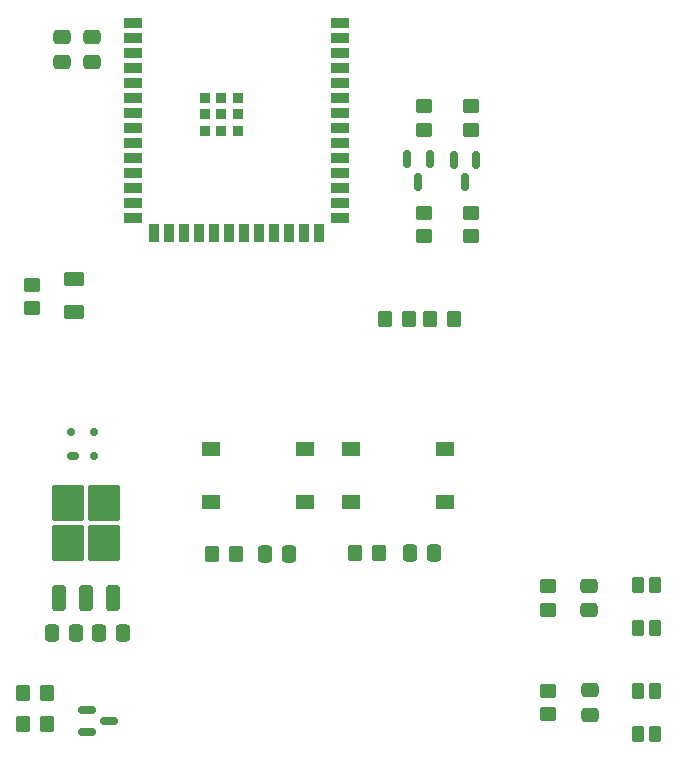
<source format=gbr>
%TF.GenerationSoftware,KiCad,Pcbnew,8.0.6*%
%TF.CreationDate,2024-11-05T15:10:12-06:00*%
%TF.ProjectId,werable_unit (1),77657261-626c-4655-9f75-6e6974202831,rev?*%
%TF.SameCoordinates,Original*%
%TF.FileFunction,Paste,Top*%
%TF.FilePolarity,Positive*%
%FSLAX46Y46*%
G04 Gerber Fmt 4.6, Leading zero omitted, Abs format (unit mm)*
G04 Created by KiCad (PCBNEW 8.0.6) date 2024-11-05 15:10:12*
%MOMM*%
%LPD*%
G01*
G04 APERTURE LIST*
G04 Aperture macros list*
%AMRoundRect*
0 Rectangle with rounded corners*
0 $1 Rounding radius*
0 $2 $3 $4 $5 $6 $7 $8 $9 X,Y pos of 4 corners*
0 Add a 4 corners polygon primitive as box body*
4,1,4,$2,$3,$4,$5,$6,$7,$8,$9,$2,$3,0*
0 Add four circle primitives for the rounded corners*
1,1,$1+$1,$2,$3*
1,1,$1+$1,$4,$5*
1,1,$1+$1,$6,$7*
1,1,$1+$1,$8,$9*
0 Add four rect primitives between the rounded corners*
20,1,$1+$1,$2,$3,$4,$5,0*
20,1,$1+$1,$4,$5,$6,$7,0*
20,1,$1+$1,$6,$7,$8,$9,0*
20,1,$1+$1,$8,$9,$2,$3,0*%
G04 Aperture macros list end*
%ADD10RoundRect,0.150000X-0.150000X0.587500X-0.150000X-0.587500X0.150000X-0.587500X0.150000X0.587500X0*%
%ADD11R,1.550000X1.300000*%
%ADD12RoundRect,0.250000X-0.450000X0.350000X-0.450000X-0.350000X0.450000X-0.350000X0.450000X0.350000X0*%
%ADD13RoundRect,0.250000X-0.350000X-0.450000X0.350000X-0.450000X0.350000X0.450000X-0.350000X0.450000X0*%
%ADD14RoundRect,0.250000X-0.337500X-0.475000X0.337500X-0.475000X0.337500X0.475000X-0.337500X0.475000X0*%
%ADD15R,1.498600X0.889000*%
%ADD16R,0.889000X1.498600*%
%ADD17R,0.889000X0.889000*%
%ADD18RoundRect,0.250000X0.450000X-0.350000X0.450000X0.350000X-0.450000X0.350000X-0.450000X-0.350000X0*%
%ADD19RoundRect,0.250000X0.275000X-0.450000X0.275000X0.450000X-0.275000X0.450000X-0.275000X-0.450000X0*%
%ADD20RoundRect,0.250000X-0.475000X0.337500X-0.475000X-0.337500X0.475000X-0.337500X0.475000X0.337500X0*%
%ADD21RoundRect,0.250000X0.350000X-0.850000X0.350000X0.850000X-0.350000X0.850000X-0.350000X-0.850000X0*%
%ADD22RoundRect,0.250000X1.125000X-1.275000X1.125000X1.275000X-1.125000X1.275000X-1.125000X-1.275000X0*%
%ADD23RoundRect,0.250000X0.475000X-0.337500X0.475000X0.337500X-0.475000X0.337500X-0.475000X-0.337500X0*%
%ADD24RoundRect,0.250000X0.625000X-0.375000X0.625000X0.375000X-0.625000X0.375000X-0.625000X-0.375000X0*%
%ADD25RoundRect,0.250000X0.337500X0.475000X-0.337500X0.475000X-0.337500X-0.475000X0.337500X-0.475000X0*%
%ADD26RoundRect,0.150000X-0.587500X-0.150000X0.587500X-0.150000X0.587500X0.150000X-0.587500X0.150000X0*%
%ADD27RoundRect,0.175000X0.325000X-0.175000X0.325000X0.175000X-0.325000X0.175000X-0.325000X-0.175000X0*%
%ADD28RoundRect,0.150000X0.150000X-0.200000X0.150000X0.200000X-0.150000X0.200000X-0.150000X-0.200000X0*%
G04 APERTURE END LIST*
D10*
%TO.C,Q2*%
X117346900Y-61216300D03*
X115446900Y-61216300D03*
X116396900Y-63091300D03*
%TD*%
D11*
%TO.C,SW4*%
X106769000Y-85634000D03*
X114719000Y-85634000D03*
X106769000Y-90134000D03*
X114719000Y-90134000D03*
%TD*%
D12*
%TO.C,R14*%
X116896900Y-56653800D03*
X116896900Y-58653800D03*
%TD*%
D13*
%TO.C,R9*%
X79000600Y-108940600D03*
X81000600Y-108940600D03*
%TD*%
%TO.C,R8*%
X78997500Y-106347000D03*
X80997500Y-106347000D03*
%TD*%
%TO.C,R25*%
X94989500Y-94546000D03*
X96989500Y-94546000D03*
%TD*%
D14*
%TO.C,C19*%
X111738500Y-94488000D03*
X113813500Y-94488000D03*
%TD*%
D15*
%TO.C,U10*%
X88278000Y-49604000D03*
X88278000Y-50874000D03*
X88278000Y-52144000D03*
X88278000Y-53414000D03*
X88278000Y-54684000D03*
X88278000Y-55954000D03*
X88278000Y-57224000D03*
X88278000Y-58494000D03*
X88278000Y-59764000D03*
X88278000Y-61034000D03*
X88278000Y-62304000D03*
X88278000Y-63574000D03*
X88278000Y-64844000D03*
X88278000Y-66114000D03*
D16*
X90043000Y-67364000D03*
X91313000Y-67364000D03*
X92583000Y-67364000D03*
X93853000Y-67364000D03*
X95123000Y-67364000D03*
X96393000Y-67364000D03*
X97663000Y-67364000D03*
X98933000Y-67364000D03*
X100203000Y-67364000D03*
X101473000Y-67364000D03*
X102743000Y-67364000D03*
X104013000Y-67364000D03*
D15*
X105778000Y-66114000D03*
X105778000Y-64844000D03*
X105778000Y-63574000D03*
X105778000Y-62304000D03*
X105778000Y-61034000D03*
X105778000Y-59764000D03*
X105778000Y-58494000D03*
X105778000Y-57224000D03*
X105778000Y-55954000D03*
X105778000Y-54684000D03*
X105778000Y-53414000D03*
X105778000Y-52144000D03*
X105778000Y-50874000D03*
X105778000Y-49604000D03*
D17*
X95778000Y-57324000D03*
X95778000Y-55924000D03*
X94378000Y-55924000D03*
X94378000Y-57324000D03*
X94378000Y-58724000D03*
X95778000Y-58724000D03*
X97178000Y-58724000D03*
X97178000Y-57324000D03*
X97178000Y-55924000D03*
%TD*%
D18*
%TO.C,R7*%
X79756000Y-73752000D03*
X79756000Y-71752000D03*
%TD*%
D12*
%TO.C,R15*%
X112896900Y-56653800D03*
X112896900Y-58653800D03*
%TD*%
D19*
%TO.C,SW5*%
X131021000Y-100805800D03*
X131021000Y-97205800D03*
X132461000Y-100805800D03*
X132461000Y-97205800D03*
%TD*%
D20*
%TO.C,C2*%
X126944000Y-106086500D03*
X126944000Y-108161500D03*
%TD*%
D12*
%TO.C,R20*%
X112896900Y-65653800D03*
X112896900Y-67653800D03*
%TD*%
D21*
%TO.C,U5*%
X82048000Y-98248000D03*
X84328000Y-98248000D03*
D22*
X82803000Y-93623000D03*
X85853000Y-93623000D03*
X82803000Y-90273000D03*
X85853000Y-90273000D03*
D21*
X86608000Y-98248000D03*
%TD*%
D19*
%TO.C,SW6*%
X131055000Y-109772000D03*
X131055000Y-106172000D03*
X132495000Y-109772000D03*
X132495000Y-106172000D03*
%TD*%
D13*
%TO.C,R18*%
X109621500Y-74676000D03*
X111621500Y-74676000D03*
%TD*%
D23*
%TO.C,C24*%
X82296000Y-52875000D03*
X82296000Y-50800000D03*
%TD*%
D13*
%TO.C,DNP*%
X113477800Y-74676000D03*
X115477800Y-74676000D03*
%TD*%
D24*
%TO.C,D6*%
X83312000Y-74044000D03*
X83312000Y-71244000D03*
%TD*%
D12*
%TO.C,R19*%
X116896900Y-65653800D03*
X116896900Y-67653800D03*
%TD*%
D13*
%TO.C,R26*%
X107113500Y-94488000D03*
X109113500Y-94488000D03*
%TD*%
D18*
%TO.C,R3*%
X123423800Y-99293300D03*
X123423800Y-97293300D03*
%TD*%
%TO.C,R2*%
X123444000Y-108124000D03*
X123444000Y-106124000D03*
%TD*%
D11*
%TO.C,SW3*%
X94921000Y-85634000D03*
X102871000Y-85634000D03*
X94921000Y-90134000D03*
X102871000Y-90134000D03*
%TD*%
D10*
%TO.C,Q3*%
X113396900Y-61153800D03*
X111496900Y-61153800D03*
X112446900Y-63028800D03*
%TD*%
D25*
%TO.C,C4*%
X83469250Y-101243000D03*
X81394250Y-101243000D03*
%TD*%
D14*
%TO.C,C18*%
X99452000Y-94546000D03*
X101527000Y-94546000D03*
%TD*%
D23*
%TO.C,C23*%
X84836000Y-52875000D03*
X84836000Y-50800000D03*
%TD*%
D26*
%TO.C,D4*%
X84362500Y-107767500D03*
X84362500Y-109667500D03*
X86237500Y-108717500D03*
%TD*%
D27*
%TO.C,D2*%
X83253000Y-86273000D03*
D28*
X84953000Y-86273000D03*
X84953000Y-84273000D03*
X83053000Y-84273000D03*
%TD*%
D20*
%TO.C,C1*%
X126923800Y-97255800D03*
X126923800Y-99330800D03*
%TD*%
D25*
%TO.C,C3*%
X87469250Y-101243000D03*
X85394250Y-101243000D03*
%TD*%
M02*

</source>
